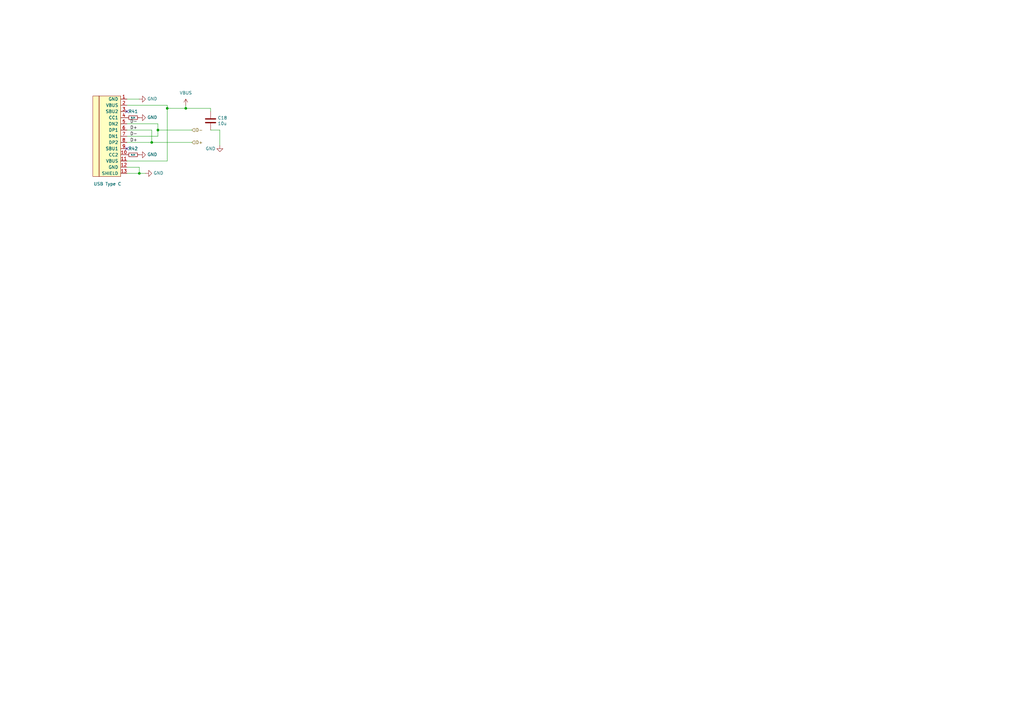
<source format=kicad_sch>
(kicad_sch (version 20231120) (generator "eeschema") (generator_version "8.0")
  (paper "A3")
  (title_block (title "CORE") (date "2024-12-17") (rev "1.0") (company "Mikhail Matveev") (comment 1 "https://github.com/xtremespb/core"))
  (lib_symbols
    (symbol "Device:C" (pin_numbers hide) (pin_names (offset 0.254))
      (property "Reference" "C" (at 0.635 2.54 0))
      (property "Value" "C" (at 0.635 -2.54 0))
      (symbol "C_0_1"
        (polyline (pts (xy -2.032 -0.762) (xy 2.032 -0.762)) (stroke (width 0.508)))
        (polyline (pts (xy -2.032 0.762) (xy 2.032 0.762)) (stroke (width 0.508)))
      )
      (symbol "C_1_1"
        (pin passive line (at 0 3.81 270) (length 2.794) (name "~") (number "1"))
        (pin passive line (at 0 -3.81 90) (length 2.794) (name "~") (number "2"))
      )
    )
    (symbol "Device:R_Small" (pin_numbers hide) (pin_names (offset 0.254) hide)
      (property "Reference" "R" (at 0.762 0.508 0))
      (property "Value" "R_Small" (at 0.762 -1.016 0))
      (symbol "R_Small_0_1"
        (rectangle (start -0.762 1.778) (end 0.762 -1.778) (stroke (width 0.2032)))
      )
      (symbol "R_Small_1_1"
        (pin passive line (at 0 2.54 270) (length 0.762) (name "~") (number "1"))
        (pin passive line (at 0 -2.54 90) (length 0.762) (name "~") (number "2"))
      )
    )
    (symbol "GND_1" (power) (pin_numbers hide) (pin_names (offset 0) hide)
      (property "Value" "GND" (at 0 -3.81 0))
      (symbol "GND_1_0_1"
        (polyline (pts (xy 0 0) (xy 0 -1.27) (xy 1.27 -1.27) (xy 0 -2.54) (xy -1.27 -1.27) (xy 0 -1.27)))
      )
      (symbol "GND_1_1_1"
        (pin power_in line (at 0 0 270) (length 0) (name "~") (number "1"))
      )
    )
    (symbol "GND_2" (power) (pin_numbers hide) (pin_names (offset 0) hide)
      (property "Value" "GND" (at 0 -3.81 0))
      (symbol "GND_2_0_1"
        (polyline (pts (xy 0 0) (xy 0 -1.27) (xy 1.27 -1.27) (xy 0 -2.54) (xy -1.27 -1.27) (xy 0 -1.27)))
      )
      (symbol "GND_2_1_1"
        (pin power_in line (at 0 0 270) (length 0) (name "~") (number "1"))
      )
    )
    (symbol "GND_3" (power) (pin_numbers hide) (pin_names (offset 0) hide)
      (property "Value" "GND" (at 0 -3.81 0))
      (symbol "GND_3_0_1"
        (polyline (pts (xy 0 0) (xy 0 -1.27) (xy 1.27 -1.27) (xy 0 -2.54) (xy -1.27 -1.27) (xy 0 -1.27)))
      )
      (symbol "GND_3_1_1"
        (pin power_in line (at 0 0 270) (length 0) (name "~") (number "1"))
      )
    )
    (symbol "GND_4" (power) (pin_numbers hide) (pin_names (offset 0) hide)
      (property "Value" "GND" (at 0 -3.81 0))
      (symbol "GND_4_0_1"
        (polyline (pts (xy 0 0) (xy 0 -1.27) (xy 1.27 -1.27) (xy 0 -2.54) (xy -1.27 -1.27) (xy 0 -1.27)))
      )
      (symbol "GND_4_1_1"
        (pin power_in line (at 0 0 270) (length 0) (name "~") (number "1"))
      )
    )
    (symbol "USB_C:HRO-TYPE-C-31-M-12" (pin_names (offset 1.016))
      (property "Value" "USB Type C" (at 0.254 -20.828 0))
      (symbol "HRO-TYPE-C-31-M-12_0_1"
        (rectangle (start -11.43 15.24) (end -8.89 -17.78) (fill (type background)))
        (rectangle (start 0 -17.78) (end -8.89 15.24) (fill (type background)))
      )
      (symbol "HRO-TYPE-C-31-M-12_1_1"
        (pin input line (at 2.54 13.97 180) (length 2.54) (name "GND") (number "1"))
        (pin input line (at 2.54 -8.89 180) (length 2.54) (name "CC2") (number "10"))
        (pin input line (at 2.54 -11.43 180) (length 2.54) (name "VBUS") (number "11"))
        (pin input line (at 2.54 -13.97 180) (length 2.54) (name "GND") (number "12"))
        (pin input line (at 2.54 -16.51 180) (length 2.54) (name "SHIELD") (number "13"))
        (pin input line (at 2.54 11.43 180) (length 2.54) (name "VBUS") (number "2"))
        (pin input line (at 2.54 8.89 180) (length 2.54) (name "SBU2") (number "3"))
        (pin input line (at 2.54 6.35 180) (length 2.54) (name "CC1") (number "4"))
        (pin input line (at 2.54 3.81 180) (length 2.54) (name "DN2") (number "5"))
        (pin input line (at 2.54 1.27 180) (length 2.54) (name "DP1") (number "6"))
        (pin input line (at 2.54 -1.27 180) (length 2.54) (name "DN1") (number "7"))
        (pin input line (at 2.54 -3.81 180) (length 2.54) (name "DP2") (number "8"))
        (pin input line (at 2.54 -6.35 180) (length 2.54) (name "SBU1") (number "9"))
      )
    )
    (symbol "power:GND" (power) (pin_numbers hide) (pin_names (offset 0) hide)
      (property "Value" "GND" (at 0 -3.81 0))
      (symbol "GND_0_1"
        (polyline (pts (xy 0 0) (xy 0 -1.27) (xy 1.27 -1.27) (xy 0 -2.54) (xy -1.27 -1.27) (xy 0 -1.27)))
      )
      (symbol "GND_1_1"
        (pin power_in line (at 0 0 270) (length 0) (name "~") (number "1"))
      )
    )
    (symbol "power:VBUS" (power) (pin_numbers hide) (pin_names (offset 0) hide)
      (property "Value" "VBUS" (at 0 3.556 0))
      (symbol "VBUS_0_1"
        (polyline (pts (xy -0.762 1.27) (xy 0 2.54)))
        (polyline (pts (xy 0 0) (xy 0 2.54)))
        (polyline (pts (xy 0 2.54) (xy 0.762 1.27)))
      )
      (symbol "VBUS_1_1"
        (pin power_in line (at 0 0 90) (length 0) (name "~") (number "1"))
      )
    )
  )
  (junction (at 68.58 44.45))
  (junction (at 62.23 58.42))
  (junction (at 76.2 44.45))
  (junction (at 57.15 71.12))
  (junction (at 64.77 53.34))
  (no_connect (at 52.07 60.96))
  (no_connect (at 52.07 45.72))
  (wire (pts (xy 52.07 43.18) (xy 68.58 43.18)))
  (wire (pts (xy 52.07 53.34) (xy 62.23 53.34)))
  (wire (pts (xy 76.2 44.45) (xy 86.36 44.45)))
  (wire (pts (xy 57.15 71.12) (xy 59.69 71.12)))
  (wire (pts (xy 76.2 43.18) (xy 76.2 44.45)))
  (wire (pts (xy 57.15 68.58) (xy 57.15 71.12)))
  (wire (pts (xy 68.58 66.04) (xy 52.07 66.04)))
  (wire (pts (xy 86.36 45.72) (xy 86.36 44.45)))
  (wire (pts (xy 90.17 53.34) (xy 86.36 53.34)))
  (wire (pts (xy 52.07 50.8) (xy 64.77 50.8)))
  (wire (pts (xy 52.07 55.88) (xy 64.77 55.88)))
  (wire (pts (xy 64.77 53.34) (xy 78.74 53.34)))
  (wire (pts (xy 68.58 44.45) (xy 68.58 66.04)))
  (wire (pts (xy 68.58 43.18) (xy 68.58 44.45)))
  (wire (pts (xy 64.77 53.34) (xy 64.77 55.88)))
  (wire (pts (xy 52.07 40.64) (xy 57.15 40.64)))
  (wire (pts (xy 52.07 71.12) (xy 57.15 71.12)))
  (wire (pts (xy 52.07 58.42) (xy 62.23 58.42)))
  (wire (pts (xy 90.17 53.34) (xy 90.17 59.69)))
  (wire (pts (xy 52.07 68.58) (xy 57.15 68.58)))
  (wire (pts (xy 64.77 50.8) (xy 64.77 53.34)))
  (wire (pts (xy 68.58 44.45) (xy 76.2 44.45)))
  (wire (pts (xy 62.23 58.42) (xy 78.74 58.42)))
  (wire (pts (xy 62.23 53.34) (xy 62.23 58.42)))
  (label "D-" (at 53.34 55.88 0))
  (label "D+" (at 53.34 58.42 0))
  (label "D-" (at 53.34 50.8 0))
  (label "D+" (at 53.34 53.34 0))
  (hierarchical_label "D-" (shape input) (at 78.74 53.34 0))
  (hierarchical_label "D+" (shape input) (at 78.74 58.42 0))
  (symbol (lib_id "power:GND") (at 90.17 59.69 0) (unit 1)
    (property "Reference" "#PWR051" (effects (hide yes)))
    (property "Value" "GND" (at 86.36 60.96 0))
    (property "Description" "Power symbol creates a global label with name \"GND\" , ground" (effects (hide yes)))
    (instances (project "frank2" (path "" (reference "#PWR051") (unit 1))) (project "frank2" (path "" (reference "#PWR023") (unit 1))))
  )
  (symbol (lib_id "power:VBUS") (at 76.2 43.18 0) (unit 1)
    (property "Reference" "#PWR049" (effects (hide yes)))
    (property "Value" "VBUS" (at 76.2 38.1 0))
    (property "Description" "Power symbol creates a global label with name \"VBUS\"" (effects (hide yes)))
    (instances (project "" (path "" (reference "#PWR049") (unit 1))) (project "" (path "" (reference "#PWR022") (unit 1))))
  )
  (symbol (lib_name "GND_2") (lib_id "power:GND") (at 57.15 63.5 90) (unit 1)
    (property "Reference" "#PWR052" (effects (hide yes)))
    (property "Value" "GND" (at 60.4012 63.373 90) (effects (justify right)))
    (property "Description" "Power symbol creates a global label with name \"GND\" , ground" (effects (hide yes)))
    (instances (project "frank2" (path "" (reference "#PWR052") (unit 1))) (project "frank2" (path "" (reference "#PWR019") (unit 1))))
  )
  (symbol (lib_id "USB_C:HRO-TYPE-C-31-M-12") (at 49.53 54.61 0) (unit 1)
    (property "Reference" "USB1" (effects (hide yes)))
    (property "Value" "USB Type C" (at 49.784 75.438 0) (effects (justify right)))
    (property "Footprint" "LIBS:USB-TYPE-C-31-M-12_lib2" (effects (hide yes)))
    (property "LCSC" "C165948" (effects (hide yes)))
  )
  (symbol (lib_id "Device:C") (at 86.36 49.53 0) (unit 1)
    (property "Reference" "C18" (at 89.281 48.3616 0) (effects (justify left)))
    (property "Value" "10u" (at 89.281 50.673 0) (effects (justify left)))
    (property "Footprint" "LIBS:C_0805" (effects (hide yes)))
    (instances (project "frank2" (path "" (reference "C18") (unit 1))) (project "frank2" (path "" (reference "C15") (unit 1))))
  )
  (symbol (lib_id "Device:R_Small") (at 54.61 63.5 270) (unit 1)
    (property "Reference" "R42" (at 54.61 60.96 90))
    (property "Value" "5.1K" (at 54.61 63.5 90) (effects (font (size 0.508 0.508))))
    (property "Footprint" "LIBS:R_0805" (effects (hide yes)))
    (property "LCSC" " " (effects (hide yes)))
    (instances (project "frank2" (path "" (reference "R42") (unit 1))) (project "frank2" (path "" (reference "R7") (unit 1))))
  )
  (symbol (lib_name "GND_4") (lib_id "power:GND") (at 57.15 48.26 90) (unit 1)
    (property "Reference" "#PWR050" (effects (hide yes)))
    (property "Value" "GND" (at 60.4012 48.133 90) (effects (justify right)))
    (property "Description" "Power symbol creates a global label with name \"GND\" , ground" (effects (hide yes)))
    (instances (project "frank2" (path "" (reference "#PWR050") (unit 1))) (project "frank2" (path "" (reference "#PWR018") (unit 1))))
  )
  (symbol (lib_id "Device:R_Small") (at 54.61 48.26 270) (unit 1)
    (property "Reference" "R41" (at 54.61 45.72 90))
    (property "Value" "5.1K" (at 54.61 48.26 90) (effects (font (size 0.508 0.508))))
    (property "Footprint" "LIBS:R_0805" (effects (hide yes)))
    (property "LCSC" " " (effects (hide yes)))
    (instances (project "frank2" (path "" (reference "R41") (unit 1))) (project "frank2" (path "" (reference "R6") (unit 1))))
  )
  (symbol (lib_name "GND_1") (lib_id "power:GND") (at 57.15 40.64 90) (unit 1)
    (property "Reference" "#PWR048" (effects (hide yes)))
    (property "Value" "GND" (at 60.4012 40.513 90) (effects (justify right)))
    (property "Description" "Power symbol creates a global label with name \"GND\" , ground" (effects (hide yes)))
    (instances (project "frank2" (path "" (reference "#PWR048") (unit 1))) (project "frank2" (path "" (reference "#PWR017") (unit 1))))
  )
  (symbol (lib_name "GND_3") (lib_id "power:GND") (at 59.69 71.12 90) (unit 1)
    (property "Reference" "#PWR053" (effects (hide yes)))
    (property "Value" "GND" (at 62.9412 70.993 90) (effects (justify right)))
    (property "Description" "Power symbol creates a global label with name \"GND\" , ground" (effects (hide yes)))
    (instances (project "frank2" (path "" (reference "#PWR053") (unit 1))) (project "frank2" (path "" (reference "#PWR020") (unit 1))))
  )
)
</source>
